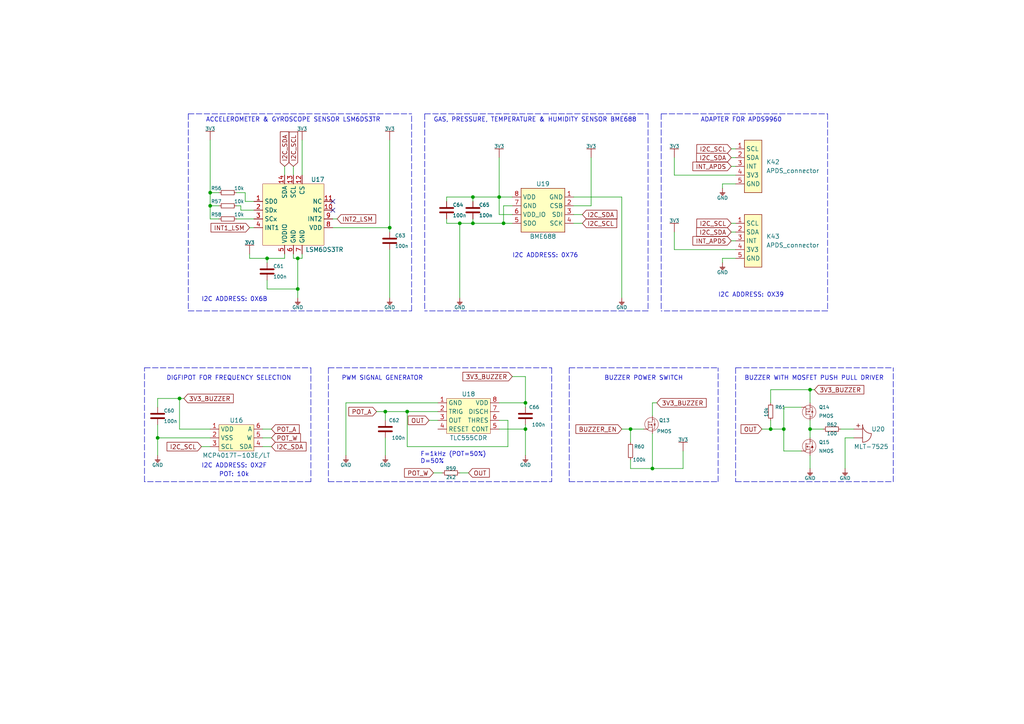
<source format=kicad_sch>
(kicad_sch (version 20211123) (generator eeschema)
  (paper "A4")
  (title_block (title "Soldered Inkplate PLUS2") (date "2023-04-13") (rev "V1.1.0.") (company "SOLDERED"))
  (lib_symbols
    (symbol "e-radionica.com schematics:0603C" (pin_numbers hide) (pin_names (offset 0.002))
      (property "Reference" "C" (at 0 3.81 0))
      (property "Value" "0603C" (at 0 -3.175 0))
      (symbol "0603C_0_1"
        (polyline (pts (xy -0.635 1.905) (xy -0.635 -1.905)) (stroke (width 0.5)))
        (polyline (pts (xy 0.635 1.905) (xy 0.635 -1.905)) (stroke (width 0.5)))
      )
      (symbol "0603C_1_1"
        (pin passive line (at -2.54 0 0) (length 1.9) (name "~") (number "1"))
        (pin passive line (at 2.54 0 180) (length 1.9) (name "~") (number "2"))
      )
    )
    (symbol "e-radionica.com schematics:0603R" (pin_numbers hide) (pin_names (offset 0.254))
      (property "Reference" "R" (at 0 1.27 0))
      (property "Value" "0603R" (at 0 -1.905 0))
      (symbol "0603R_0_1"
        (rectangle (start -1.905 0.635) (end 1.905 -0.635) (stroke (width 0.15)))
      )
      (symbol "0603R_1_1"
        (pin passive line (at -2.54 0 0) (length 0.63) (name "~") (number "1"))
        (pin passive line (at 2.54 0 180) (length 0.63) (name "~") (number "2"))
      )
    )
    (symbol "e-radionica.com schematics:3V3" (power) (pin_names (offset 0))
      (property "Value" "3V3" (at 0 3.556 0))
      (symbol "3V3_0_1"
        (polyline (pts (xy -1.27 2.54) (xy 1.27 2.54)) (stroke (width 0.16)))
        (polyline (pts (xy 0 0) (xy 0 2.54)))
      )
      (symbol "3V3_1_1"
        (pin power_in line (at 0 0 90) (length 0) hide (name "3V3") (number "1"))
      )
    )
    (symbol "e-radionica.com schematics:APDS_connector"
      (property "Reference" "K" (at 0 -8.89 0))
      (property "Value" "APDS_connector" (at 0 8.89 0))
      (symbol "APDS_connector_0_1"
        (rectangle (start -2.54 7.62) (end 2.54 -7.62) (fill (type background)))
      )
      (symbol "APDS_connector_1_1"
        (pin input line (at -5.08 5.08 0) (length 2.54) (name "SCL") (number "1"))
        (pin input line (at -5.08 2.54 0) (length 2.54) (name "SDA") (number "2"))
        (pin input line (at -5.08 0 0) (length 2.54) (name "INT") (number "3"))
        (pin input line (at -5.08 -2.54 0) (length 2.54) (name "3V3") (number "4"))
        (pin input line (at -5.08 -5.08 0) (length 2.54) (name "GND") (number "5"))
      )
    )
    (symbol "e-radionica.com schematics:BME688"
      (property "Reference" "U" (at 0 6.35 0))
      (property "Value" "BME688" (at 0 -8.89 0))
      (symbol "BME688_0_1"
        (rectangle (start -6.35 5.08) (end 6.35 -7.62) (fill (type background)))
        (rectangle (start 6.35 -7.62) (end 6.35 -7.62))
      )
      (symbol "BME688_1_1"
        (pin passive line (at 8.89 2.54 180) (length 2.54) (name "GND") (number "1"))
        (pin passive line (at 8.89 0 180) (length 2.54) (name "CSB") (number "2"))
        (pin passive line (at 8.89 -2.54 180) (length 2.54) (name "SDI") (number "3"))
        (pin passive line (at 8.89 -5.08 180) (length 2.54) (name "SCK") (number "4"))
        (pin passive line (at -8.89 -5.08 0) (length 2.54) (name "SDO") (number "5"))
        (pin passive line (at -8.89 -2.54 0) (length 2.54) (name "VDD_IO") (number "6"))
        (pin passive line (at -8.89 0 0) (length 2.54) (name "GND") (number "7"))
        (pin passive line (at -8.89 2.54 0) (length 2.54) (name "VDD") (number "8"))
      )
    )
    (symbol "e-radionica.com schematics:GND" (power) (pin_names (offset 0))
      (property "Value" "GND" (at 0 -2.921 0))
      (symbol "GND_0_1"
        (polyline (pts (xy -0.762 -1.27) (xy 0.762 -1.27)) (stroke (width 0.16)))
        (polyline (pts (xy -0.635 -1.524) (xy 0.635 -1.524)) (stroke (width 0.16)))
        (polyline (pts (xy -0.381 -1.778) (xy 0.381 -1.778)) (stroke (width 0.16)))
        (polyline (pts (xy -0.127 -2.032) (xy 0.127 -2.032)) (stroke (width 0.16)))
        (polyline (pts (xy 0 0) (xy 0 -1.27)) (stroke (width 0.16)))
      )
      (symbol "GND_1_1"
        (pin power_in line (at 0 0 270) (length 0) hide (name "GND") (number "1"))
      )
    )
    (symbol "e-radionica.com schematics:LSM6DSO32TR"
      (property "Reference" "U" (at 0 0 0))
      (property "Value" "LSM6DSO32TR" (at 0 -16.51 0))
      (symbol "LSM6DSO32TR_0_1"
        (rectangle (start -8.89 8.89) (end 8.89 -8.89) (stroke (width 0.1)) (fill (type background)))
      )
      (symbol "LSM6DSO32TR_1_1"
        (pin input line (at -11.43 3.81 0) (length 2.54) (name "SD0") (number "1"))
        (pin input line (at 11.43 1.27 180) (length 2.54) (name "NC") (number "10"))
        (pin input line (at 11.43 3.81 180) (length 2.54) (name "NC") (number "11"))
        (pin input line (at 2.54 11.43 270) (length 2.54) (name "CS") (number "12"))
        (pin input line (at 0 11.43 270) (length 2.54) (name "SCL") (number "13"))
        (pin input line (at -2.54 11.43 270) (length 2.54) (name "SDA") (number "14"))
        (pin input line (at -11.43 1.27 0) (length 2.54) (name "SDx") (number "2"))
        (pin input line (at -11.43 -1.27 0) (length 2.54) (name "SCx") (number "3"))
        (pin input line (at -11.43 -3.81 0) (length 2.54) (name "INT1") (number "4"))
        (pin input line (at -2.54 -11.43 90) (length 2.54) (name "VDDIO") (number "5"))
        (pin input line (at 0 -11.43 90) (length 2.54) (name "GND") (number "6"))
        (pin input line (at 2.54 -11.43 90) (length 2.54) (name "GND") (number "7"))
        (pin input line (at 11.43 -3.81 180) (length 2.54) (name "VDD") (number "8"))
        (pin input line (at 11.43 -1.27 180) (length 2.54) (name "INT2") (number "9"))
      )
    )
    (symbol "e-radionica.com schematics:MCP4018"
      (property "Reference" "U" (at 0 5.08 0))
      (property "Value" "MCP4018" (at 0 -5.08 0))
      (symbol "MCP4018_0_1"
        (rectangle (start -5.08 3.81) (end 5.08 -3.81) (stroke (width 0.1)) (fill (type background)))
      )
      (symbol "MCP4018_1_1"
        (pin power_in line (at -7.62 2.54 0) (length 2.54) (name "VDD") (number "1"))
        (pin power_in line (at -7.62 0 0) (length 2.54) (name "VSS") (number "2"))
        (pin bidirectional line (at -7.62 -2.54 0) (length 2.54) (name "SCL") (number "3"))
        (pin bidirectional line (at 7.62 -2.54 180) (length 2.54) (name "SDA") (number "4"))
        (pin bidirectional line (at 7.62 0 180) (length 2.54) (name "W") (number "5"))
        (pin bidirectional line (at 7.62 2.54 180) (length 2.54) (name "A") (number "6"))
      )
    )
    (symbol "e-radionica.com schematics:MLT-7525" (pin_numbers hide) (pin_names hide)
      (property "Reference" "U" (at 0 3.81 0))
      (property "Value" "MLT-7525" (at 0 -3.81 0))
      (symbol "MLT-7525_0_1"
        (arc (start 0 -2.54) (mid 1.7961 -1.7961) (end 2.54 0))
        (polyline (pts (xy -1.27 2.794) (xy -1.27 1.778)))
        (polyline (pts (xy -0.762 2.286) (xy -1.778 2.286)))
        (polyline (pts (xy 0 -2.54) (xy 0 2.54)))
        (arc (start 0 2.54) (mid -1.7809 -1.7809) (end 2.54 0))
      )
      (symbol "MLT-7525_1_1"
        (pin passive line (at -2.54 1.27 0) (length 2.54) (name "1") (number "1"))
        (pin passive line (at -2.54 -1.27 0) (length 2.54) (name "2") (number "2"))
      )
    )
    (symbol "e-radionica.com schematics:NMOS-SOT-23-3" (pin_numbers hide) (pin_names hide)
      (property "Reference" "Q" (at -1.143 2.921 0))
      (property "Value" "NMOS-SOT-23-3" (at 1.524 -3.937 0))
      (symbol "NMOS-SOT-23-3_0_1"
        (polyline (pts (xy 0 -1.27) (xy 0 1.016)) (stroke (width 0.1)))
        (polyline (pts (xy 0.254 -1.016) (xy 0.254 -0.508)) (stroke (width 0.1)))
        (polyline (pts (xy 0.254 -0.762) (xy 1.27 -0.762)) (stroke (width 0.1)))
        (polyline (pts (xy 0.254 -0.254) (xy 0.254 0.254)) (stroke (width 0.1)))
        (polyline (pts (xy 0.254 0.762) (xy 1.27 0.762)) (stroke (width 0.1)))
        (polyline (pts (xy 0.254 1.016) (xy 0.254 0.508)) (stroke (width 0.1)))
        (polyline (pts (xy 1.27 -1.27) (xy 1.27 -0.762)) (stroke (width 0.1)))
        (polyline (pts (xy 1.27 0.762) (xy 1.27 1.27)) (stroke (width 0.1)))
        (polyline (pts (xy 1.651 -0.254) (xy 1.905 0.127)) (stroke (width 0.2)))
        (polyline (pts (xy 1.651 0.127) (xy 2.159 0.127)) (stroke (width 0.0006)))
        (polyline (pts (xy 0.254 0) (xy 1.27 0) (xy 1.27 -0.762)) (stroke (width 0.1)))
        (polyline (pts (xy 1.651 -0.254) (xy 2.159 -0.254) (xy 1.905 0.127)) (stroke (width 0.2)))
        (polyline (pts (xy 0.381 0) (xy 0.635 0.254) (xy 0.635 -0.254) (xy 0.381 0)) (stroke (width 0.1)))
        (polyline (pts (xy 1.27 -1.27) (xy 1.905 -1.27) (xy 1.905 1.524) (xy 1.27 1.524)) (stroke (width 0.1)))
        (circle (center 1.016 0.127) (radius 1.9716) (stroke (width 0.1)))
      )
      (symbol "NMOS-SOT-23-3_1_1"
        (pin passive line (at -1.27 -1.27 0) (length 1.27) (name "G") (number "1"))
        (pin passive line (at 1.27 -2.54 90) (length 1.27) (name "S") (number "2"))
        (pin passive line (at 1.27 2.54 270) (length 1.27) (name "D") (number "3"))
      )
    )
    (symbol "e-radionica.com schematics:PMOS-SOT-23-3" (pin_numbers hide) (pin_names hide)
      (property "Reference" "Q" (at -1.27 2.54 0))
      (property "Value" "PMOS-SOT-23-3" (at 0.381 -4.064 0))
      (symbol "PMOS-SOT-23-3_0_1"
        (polyline (pts (xy 0 -1.27) (xy 0 1.016)) (stroke (width 0.1)))
        (polyline (pts (xy 0.254 -1.016) (xy 0.254 -0.508)) (stroke (width 0.1)))
        (polyline (pts (xy 0.254 -0.762) (xy 1.27 -0.762)) (stroke (width 0.1)))
        (polyline (pts (xy 0.254 -0.254) (xy 0.254 0.254)) (stroke (width 0.1)))
        (polyline (pts (xy 0.254 0.762) (xy 1.27 0.762)) (stroke (width 0.1)))
        (polyline (pts (xy 0.254 1.016) (xy 0.254 0.508)) (stroke (width 0.1)))
        (polyline (pts (xy 1.27 -1.27) (xy 1.27 -0.762)) (stroke (width 0.1)))
        (polyline (pts (xy 1.27 0.762) (xy 1.27 1.27)) (stroke (width 0.1)))
        (polyline (pts (xy 2.159 -0.127) (xy 1.651 -0.127)) (stroke (width 0.1)))
        (polyline (pts (xy 2.159 0.254) (xy 1.905 -0.127)) (stroke (width 0.1)))
        (polyline (pts (xy 0.254 0) (xy 1.27 0) (xy 1.27 -0.762)) (stroke (width 0.1)))
        (polyline (pts (xy 2.159 0.254) (xy 1.651 0.254) (xy 1.905 -0.127)) (stroke (width 0.1)))
        (polyline (pts (xy 1.143 0) (xy 0.889 -0.254) (xy 0.889 0.254) (xy 1.143 0)) (stroke (width 0.1)))
        (polyline (pts (xy 1.27 -1.27) (xy 1.905 -1.27) (xy 1.905 1.524) (xy 1.27 1.524)) (stroke (width 0.1)))
        (circle (center 1.016 0.127) (radius 1.9716) (stroke (width 0.1)))
      )
      (symbol "PMOS-SOT-23-3_1_1"
        (pin passive line (at -1.27 -1.27 0) (length 1.27) (name "G") (number "1"))
        (pin passive line (at 1.27 -2.54 90) (length 1.27) (name "S") (number "2"))
        (pin passive line (at 1.27 2.54 270) (length 1.27) (name "D") (number "3"))
      )
    )
    (symbol "e-radionica.com schematics:TLC555"
      (property "Reference" "U" (at 0 6.35 0))
      (property "Value" "TLC555" (at 0 -6.35 0))
      (symbol "TLC555_0_1"
        (rectangle (start -6.35 5.08) (end 6.35 -5.08) (stroke (width 0.1)) (fill (type background)))
      )
      (symbol "TLC555_1_1"
        (pin input line (at -8.89 3.81 0) (length 2.54) (name "GND") (number "1"))
        (pin input line (at -8.89 1.27 0) (length 2.54) (name "TRIG") (number "2"))
        (pin input line (at -8.89 -1.27 0) (length 2.54) (name "OUT") (number "3"))
        (pin input line (at -8.89 -3.81 0) (length 2.54) (name "RESET") (number "4"))
        (pin input line (at 8.89 -3.81 180) (length 2.54) (name "CONT") (number "5"))
        (pin input line (at 8.89 -1.27 180) (length 2.54) (name "THRES") (number "6"))
        (pin input line (at 8.89 1.27 180) (length 2.54) (name "DISCH") (number "7"))
        (pin input line (at 8.89 3.81 180) (length 2.54) (name "VDD") (number "8"))
      )
    )
  )
  (junction (at 137.16 64.77))
  (junction (at 182.88 124.46))
  (junction (at 113.03 66.04))
  (junction (at 86.36 74.93))
  (junction (at 45.72 127))
  (junction (at 144.78 57.15))
  (junction (at 77.47 74.93))
  (junction (at 227.33 124.46))
  (junction (at 60.96 59.69))
  (junction (at 234.95 113.03))
  (junction (at 86.36 83.82))
  (junction (at 60.96 55.88))
  (junction (at 52.07 115.57))
  (junction (at 152.4 124.46))
  (junction (at 111.76 119.38))
  (junction (at 133.35 64.77))
  (junction (at 137.16 57.15))
  (junction (at 146.05 64.77))
  (junction (at 118.11 119.38))
  (junction (at 152.4 116.84))
  (junction (at 234.95 124.46))
  (junction (at 223.52 124.46))
  (junction (at 189.23 135.89))
  (no_connect (at 96.52 60.96))
  (no_connect (at 96.52 58.42))
  (polyline (pts (xy 90.17 139.7) (xy 41.91 139.7)))
  (wire (pts (xy 144.78 57.15) (xy 148.59 57.15)))
  (wire (pts (xy 72.39 74.93) (xy 77.47 74.93)))
  (wire (pts (xy 86.36 83.82) (xy 86.36 74.93)))
  (wire (pts (xy 232.41 118.11) (xy 227.33 118.11)))
  (wire (pts (xy 97.79 63.5) (xy 96.52 63.5)))
  (wire (pts (xy 148.59 109.22) (xy 152.4 109.22)))
  (wire (pts (xy 60.96 59.69) (xy 63.5 59.69)))
  (wire (pts (xy 243.84 124.46) (xy 247.65 124.46)))
  (wire (pts (xy 234.95 132.08) (xy 234.95 135.89)))
  (wire (pts (xy 146.05 64.77) (xy 137.16 64.77)))
  (polyline (pts (xy 90.17 106.68) (xy 90.17 139.7)))
  (wire (pts (xy 100.33 116.84) (xy 127 116.84)))
  (wire (pts (xy 137.16 63.5) (xy 137.16 64.77)))
  (wire (pts (xy 195.58 45.72) (xy 195.58 50.8)))
  (wire (pts (xy 85.09 73.66) (xy 85.09 74.93)))
  (wire (pts (xy 109.22 119.38) (xy 111.76 119.38)))
  (wire (pts (xy 82.55 48.26) (xy 82.55 50.8)))
  (polyline (pts (xy 191.77 33.02) (xy 240.03 33.02)))
  (wire (pts (xy 60.96 59.69) (xy 60.96 63.5)))
  (wire (pts (xy 189.23 125.73) (xy 189.23 135.89)))
  (wire (pts (xy 227.33 118.11) (xy 227.33 124.46)))
  (wire (pts (xy 129.54 63.5) (xy 129.54 64.77)))
  (wire (pts (xy 118.11 119.38) (xy 127 119.38)))
  (wire (pts (xy 195.58 50.8) (xy 213.36 50.8)))
  (wire (pts (xy 234.95 124.46) (xy 238.76 124.46)))
  (polyline (pts (xy 95.25 106.68) (xy 160.02 106.68)))
  (polyline (pts (xy 123.19 33.02) (xy 123.19 90.17)))
  (wire (pts (xy 180.34 57.15) (xy 180.34 86.36)))
  (wire (pts (xy 71.12 58.42) (xy 73.66 58.42)))
  (wire (pts (xy 45.72 127) (xy 60.96 127)))
  (wire (pts (xy 137.16 64.77) (xy 133.35 64.77)))
  (wire (pts (xy 198.12 135.89) (xy 198.12 130.81)))
  (wire (pts (xy 85.09 48.26) (xy 85.09 50.8)))
  (wire (pts (xy 144.78 124.46) (xy 152.4 124.46)))
  (polyline (pts (xy 240.03 33.02) (xy 240.03 90.17)))
  (polyline (pts (xy 95.25 106.68) (xy 95.25 139.7)))
  (wire (pts (xy 195.58 67.31) (xy 195.58 72.39)))
  (wire (pts (xy 113.03 67.31) (xy 113.03 66.04)))
  (wire (pts (xy 212.09 45.72) (xy 213.36 45.72)))
  (wire (pts (xy 147.32 121.92) (xy 147.32 129.54)))
  (wire (pts (xy 227.33 124.46) (xy 227.33 130.81)))
  (wire (pts (xy 86.36 74.93) (xy 87.63 74.93)))
  (wire (pts (xy 144.78 57.15) (xy 144.78 45.72)))
  (wire (pts (xy 148.59 62.23) (xy 144.78 62.23)))
  (wire (pts (xy 76.2 124.46) (xy 78.74 124.46)))
  (wire (pts (xy 129.54 64.77) (xy 133.35 64.77)))
  (wire (pts (xy 182.88 124.46) (xy 186.69 124.46)))
  (wire (pts (xy 209.55 53.34) (xy 213.36 53.34)))
  (wire (pts (xy 76.2 129.54) (xy 78.74 129.54)))
  (wire (pts (xy 113.03 72.39) (xy 113.03 86.36)))
  (wire (pts (xy 234.95 121.92) (xy 234.95 124.46)))
  (wire (pts (xy 118.11 129.54) (xy 118.11 119.38)))
  (wire (pts (xy 234.95 124.46) (xy 234.95 127)))
  (polyline (pts (xy 187.96 90.17) (xy 123.19 90.17)))
  (wire (pts (xy 69.85 60.96) (xy 69.85 59.69)))
  (wire (pts (xy 212.09 64.77) (xy 213.36 64.77)))
  (polyline (pts (xy 165.1 106.68) (xy 165.1 139.7)))
  (wire (pts (xy 125.73 137.16) (xy 128.27 137.16)))
  (polyline (pts (xy 54.61 33.02) (xy 54.61 90.17)))
  (wire (pts (xy 247.65 127) (xy 245.11 127)))
  (wire (pts (xy 144.78 62.23) (xy 144.78 57.15)))
  (wire (pts (xy 234.95 113.03) (xy 234.95 116.84)))
  (wire (pts (xy 182.88 133.35) (xy 182.88 135.89)))
  (polyline (pts (xy 213.36 106.68) (xy 259.08 106.68)))
  (polyline (pts (xy 95.25 139.7) (xy 160.02 139.7)))
  (wire (pts (xy 137.16 57.15) (xy 144.78 57.15)))
  (wire (pts (xy 60.96 55.88) (xy 60.96 59.69)))
  (wire (pts (xy 148.59 64.77) (xy 146.05 64.77)))
  (wire (pts (xy 96.52 66.04) (xy 113.03 66.04)))
  (wire (pts (xy 85.09 74.93) (xy 86.36 74.93)))
  (polyline (pts (xy 41.91 106.68) (xy 90.17 106.68)))
  (wire (pts (xy 72.39 66.04) (xy 73.66 66.04)))
  (wire (pts (xy 133.35 137.16) (xy 135.89 137.16)))
  (wire (pts (xy 82.55 74.93) (xy 82.55 73.66)))
  (polyline (pts (xy 160.02 106.68) (xy 160.02 139.7)))
  (wire (pts (xy 71.12 55.88) (xy 68.58 55.88)))
  (polyline (pts (xy 123.19 33.02) (xy 187.96 33.02)))
  (polyline (pts (xy 165.1 106.68) (xy 208.28 106.68)))
  (wire (pts (xy 111.76 121.92) (xy 111.76 119.38)))
  (wire (pts (xy 182.88 124.46) (xy 182.88 128.27)))
  (wire (pts (xy 113.03 40.64) (xy 113.03 66.04)))
  (wire (pts (xy 152.4 118.11) (xy 152.4 116.84)))
  (wire (pts (xy 189.23 120.65) (xy 189.23 116.84)))
  (wire (pts (xy 212.09 69.85) (xy 213.36 69.85)))
  (wire (pts (xy 223.52 121.92) (xy 223.52 124.46)))
  (wire (pts (xy 77.47 81.28) (xy 77.47 83.82)))
  (wire (pts (xy 100.33 116.84) (xy 100.33 132.08)))
  (wire (pts (xy 152.4 124.46) (xy 152.4 132.08)))
  (wire (pts (xy 223.52 113.03) (xy 234.95 113.03)))
  (polyline (pts (xy 41.91 139.7) (xy 41.91 106.68)))
  (wire (pts (xy 52.07 124.46) (xy 60.96 124.46)))
  (wire (pts (xy 111.76 127) (xy 111.76 132.08)))
  (wire (pts (xy 166.37 62.23) (xy 168.91 62.23)))
  (wire (pts (xy 209.55 54.61) (xy 209.55 53.34)))
  (wire (pts (xy 223.52 124.46) (xy 227.33 124.46)))
  (wire (pts (xy 76.2 127) (xy 78.74 127)))
  (wire (pts (xy 77.47 83.82) (xy 86.36 83.82)))
  (wire (pts (xy 189.23 135.89) (xy 198.12 135.89)))
  (wire (pts (xy 195.58 72.39) (xy 213.36 72.39)))
  (wire (pts (xy 129.54 58.42) (xy 129.54 57.15)))
  (wire (pts (xy 223.52 116.84) (xy 223.52 113.03)))
  (polyline (pts (xy 259.08 139.7) (xy 259.08 106.68)))
  (wire (pts (xy 166.37 57.15) (xy 180.34 57.15)))
  (polyline (pts (xy 187.96 33.02) (xy 187.96 90.17)))
  (wire (pts (xy 68.58 63.5) (xy 73.66 63.5)))
  (wire (pts (xy 45.72 115.57) (xy 52.07 115.57)))
  (polyline (pts (xy 191.77 33.02) (xy 191.77 90.17)))
  (wire (pts (xy 245.11 127) (xy 245.11 135.89)))
  (wire (pts (xy 87.63 40.64) (xy 87.63 50.8)))
  (wire (pts (xy 209.55 76.2) (xy 209.55 74.93)))
  (wire (pts (xy 86.36 86.36) (xy 86.36 83.82)))
  (wire (pts (xy 182.88 135.89) (xy 189.23 135.89)))
  (wire (pts (xy 171.45 59.69) (xy 171.45 45.72)))
  (wire (pts (xy 118.11 129.54) (xy 147.32 129.54)))
  (polyline (pts (xy 54.61 90.17) (xy 119.38 90.17)))
  (wire (pts (xy 166.37 64.77) (xy 168.91 64.77)))
  (wire (pts (xy 137.16 58.42) (xy 137.16 57.15)))
  (wire (pts (xy 69.85 59.69) (xy 68.58 59.69)))
  (wire (pts (xy 77.47 74.93) (xy 77.47 76.2)))
  (wire (pts (xy 146.05 59.69) (xy 146.05 64.77)))
  (polyline (pts (xy 54.61 33.02) (xy 119.38 33.02)))
  (wire (pts (xy 227.33 130.81) (xy 232.41 130.81)))
  (polyline (pts (xy 240.03 90.17) (xy 191.77 90.17)))
  (wire (pts (xy 45.72 115.57) (xy 45.72 118.11)))
  (wire (pts (xy 71.12 58.42) (xy 71.12 55.88)))
  (polyline (pts (xy 208.28 139.7) (xy 208.28 106.68)))
  (wire (pts (xy 180.34 124.46) (xy 182.88 124.46)))
  (wire (pts (xy 212.09 48.26) (xy 213.36 48.26)))
  (wire (pts (xy 77.47 74.93) (xy 82.55 74.93)))
  (wire (pts (xy 212.09 67.31) (xy 213.36 67.31)))
  (wire (pts (xy 60.96 55.88) (xy 63.5 55.88)))
  (wire (pts (xy 220.98 124.46) (xy 223.52 124.46)))
  (wire (pts (xy 209.55 74.93) (xy 213.36 74.93)))
  (wire (pts (xy 212.09 43.18) (xy 213.36 43.18)))
  (wire (pts (xy 58.42 129.54) (xy 60.96 129.54)))
  (wire (pts (xy 72.39 73.66) (xy 72.39 74.93)))
  (wire (pts (xy 87.63 74.93) (xy 87.63 73.66)))
  (wire (pts (xy 166.37 59.69) (xy 171.45 59.69)))
  (wire (pts (xy 63.5 63.5) (xy 60.96 63.5)))
  (wire (pts (xy 236.22 113.03) (xy 234.95 113.03)))
  (wire (pts (xy 133.35 64.77) (xy 133.35 86.36)))
  (wire (pts (xy 189.23 116.84) (xy 190.5 116.84)))
  (wire (pts (xy 53.34 115.57) (xy 52.07 115.57)))
  (wire (pts (xy 45.72 127) (xy 45.72 132.08)))
  (polyline (pts (xy 119.38 90.17) (xy 119.38 33.02)))
  (wire (pts (xy 148.59 59.69) (xy 146.05 59.69)))
  (wire (pts (xy 144.78 116.84) (xy 152.4 116.84)))
  (polyline (pts (xy 213.36 106.68) (xy 213.36 139.7)))
  (wire (pts (xy 144.78 121.92) (xy 147.32 121.92)))
  (wire (pts (xy 152.4 123.19) (xy 152.4 124.46)))
  (wire (pts (xy 152.4 109.22) (xy 152.4 116.84)))
  (polyline (pts (xy 213.36 139.7) (xy 259.08 139.7)))
  (wire (pts (xy 111.76 119.38) (xy 118.11 119.38)))
  (wire (pts (xy 129.54 57.15) (xy 137.16 57.15)))
  (wire (pts (xy 52.07 115.57) (xy 52.07 124.46)))
  (wire (pts (xy 69.85 60.96) (xy 73.66 60.96)))
  (wire (pts (xy 124.46 121.92) (xy 127 121.92)))
  (polyline (pts (xy 165.1 139.7) (xy 208.28 139.7)))
  (wire (pts (xy 45.72 123.19) (xy 45.72 127)))
  (wire (pts (xy 60.96 40.64) (xy 60.96 55.88)))
  (text "BUZZER POWER SWITCH" (at 175.26 110.49 0) (effects (font (size 1.27 1.27)) (justify left bottom)))
  (text "PWM SIGNAL GENERATOR" (at 99.06 110.49 0) (effects (font (size 1.27 1.27)) (justify left bottom)))
  (text "GAS, PRESSURE, TEMPERATURE & HUMIDITY SENSOR BME688\n" (at 125.73 35.56 0) (effects (font (size 1.27 1.27)) (justify left bottom)))
  (text "BUZZER WITH MOSFET PUSH PULL DRIVER" (at 215.9 110.49 0) (effects (font (size 1.27 1.27)) (justify left bottom)))
  (text "I2C ADDRESS: 0X76" (at 148.59 74.93 0) (effects (font (size 1.27 1.27)) (justify left bottom)))
  (text "POT: 10k" (at 63.5 138.43 0) (effects (font (size 1.27 1.27)) (justify left bottom)))
  (text "ACCELEROMETER & GYROSCOPE SENSOR LSM6DS3TR" (at 59.69 35.56 0) (effects (font (size 1.27 1.27)) (justify left bottom)))
  (text "I2C ADDRESS: 0X2F" (at 58.42 135.89 0) (effects (font (size 1.27 1.27)) (justify left bottom)))
  (text "I2C ADDRESS: 0X6B" (at 58.42 87.63 0) (effects (font (size 1.27 1.27)) (justify left bottom)))
  (text "I2C ADDRESS: 0X39\n" (at 208.28 86.36 0) (effects (font (size 1.27 1.27)) (justify left bottom)))
  (text "F=1kHz (POT=50%)\nD=50%" (at 121.92 134.62 0) (effects (font (size 1.27 1.27)) (justify left bottom)))
  (text "ADAPTER FOR APDS9960" (at 203.2 35.56 0) (effects (font (size 1.27 1.27)) (justify left bottom)))
  (text "DIGFIPOT FOR FREQUENCY SELECTION" (at 48.26 110.49 0) (effects (font (size 1.27 1.27)) (justify left bottom)))
  (global_label "I2C_SDA" (shape input) (at 212.09 67.31 180) (property "Intersheet References" "${INTERSHEET_REFS}" (effects hide)))
  (global_label "POT_W" (shape input) (at 78.74 127 0) (property "Intersheet References" "${INTERSHEET_REFS}" (effects hide)))
  (global_label "I2C_SDA" (shape input) (at 78.74 129.54 0) (property "Intersheet References" "${INTERSHEET_REFS}" (effects hide)))
  (global_label "3V3_BUZZER" (shape input) (at 148.59 109.22 180) (property "Intersheet References" "${INTERSHEET_REFS}" (effects hide)))
  (global_label "I2C_SDA" (shape input) (at 168.91 62.23 0) (property "Intersheet References" "${INTERSHEET_REFS}" (effects hide)))
  (global_label "BUZZER_EN" (shape input) (at 180.34 124.46 180) (property "Intersheet References" "${INTERSHEET_REFS}" (effects hide)))
  (global_label "I2C_SDA" (shape input) (at 82.55 48.26 90) (property "Intersheet References" "${INTERSHEET_REFS}" (effects hide)))
  (global_label "I2C_SCL" (shape input) (at 85.09 48.26 90) (property "Intersheet References" "${INTERSHEET_REFS}" (effects hide)))
  (global_label "3V3_BUZZER" (shape input) (at 53.34 115.57 0) (property "Intersheet References" "${INTERSHEET_REFS}" (effects hide)))
  (global_label "POT_W" (shape input) (at 125.73 137.16 180) (property "Intersheet References" "${INTERSHEET_REFS}" (effects hide)))
  (global_label "INT_APDS" (shape input) (at 212.09 48.26 180) (property "Intersheet References" "${INTERSHEET_REFS}" (effects hide)))
  (global_label "3V3_BUZZER" (shape input) (at 190.5 116.84 0) (property "Intersheet References" "${INTERSHEET_REFS}" (effects hide)))
  (global_label "I2C_SCL" (shape input) (at 212.09 43.18 180) (property "Intersheet References" "${INTERSHEET_REFS}" (effects hide)))
  (global_label "I2C_SDA" (shape input) (at 212.09 45.72 180) (property "Intersheet References" "${INTERSHEET_REFS}" (effects hide)))
  (global_label "INT_APDS" (shape input) (at 212.09 69.85 180) (property "Intersheet References" "${INTERSHEET_REFS}" (effects hide)))
  (global_label "POT_A" (shape input) (at 78.74 124.46 0) (property "Intersheet References" "${INTERSHEET_REFS}" (effects hide)))
  (global_label "OUT" (shape input) (at 220.98 124.46 180) (property "Intersheet References" "${INTERSHEET_REFS}" (effects hide)))
  (global_label "INT2_LSM" (shape input) (at 97.79 63.5 0) (property "Intersheet References" "${INTERSHEET_REFS}" (effects hide)))
  (global_label "3V3_BUZZER" (shape input) (at 236.22 113.03 0) (property "Intersheet References" "${INTERSHEET_REFS}" (effects hide)))
  (global_label "INT1_LSM" (shape input) (at 72.39 66.04 180) (property "Intersheet References" "${INTERSHEET_REFS}" (effects hide)))
  (global_label "OUT" (shape input) (at 135.89 137.16 0) (property "Intersheet References" "${INTERSHEET_REFS}" (effects hide)))
  (global_label "OUT" (shape input) (at 124.46 121.92 180) (property "Intersheet References" "${INTERSHEET_REFS}" (effects hide)))
  (global_label "I2C_SCL" (shape input) (at 212.09 64.77 180) (property "Intersheet References" "${INTERSHEET_REFS}" (effects hide)))
  (global_label "I2C_SCL" (shape input) (at 58.42 129.54 180) (property "Intersheet References" "${INTERSHEET_REFS}" (effects hide)))
  (global_label "I2C_SCL" (shape input) (at 168.91 64.77 0) (property "Intersheet References" "${INTERSHEET_REFS}" (effects hide)))
  (global_label "POT_A" (shape input) (at 109.22 119.38 180) (property "Intersheet References" "${INTERSHEET_REFS}" (effects hide)))
  (symbol (lib_id "e-radionica.com schematics:GND") (at 209.55 76.2 0) (unit 1)
    (property "Reference" "#PWR0176" (effects hide))
    (property "Value" "GND" (at 209.55 78.994 0) (effects (font (size 1 1))))
  )
  (symbol (lib_id "e-radionica.com schematics:GND") (at 86.36 86.36 0) (unit 1)
    (property "Reference" "#PWR0161" (effects hide))
    (property "Value" "GND" (at 86.36 89.154 0) (effects (font (size 1 1))))
  )
  (symbol (lib_id "e-radionica.com schematics:TLC555") (at 135.89 120.65 0) (unit 1)
    (property "Reference" "U18" (at 135.89 114.3 0))
    (property "Value" "TLC555CDR" (at 135.89 127 0))
    (property "Footprint" "e-radionica.com footprinti:SOIC−8" (effects hide))
  )
  (symbol (lib_id "e-radionica.com schematics:3V3") (at 171.45 45.72 0) (unit 1)
    (property "Reference" "#PWR0170" (effects hide))
    (property "Value" "3V3" (at 171.45 42.418 0) (effects (font (size 1 1))))
  )
  (symbol (lib_id "e-radionica.com schematics:NMOS-SOT-23-3") (at 233.68 129.54 0) (unit 1)
    (property "Reference" "Q15" (at 237.49 128.27 0) (effects (font (size 1 1)) (justify left)))
    (property "Value" "NMOS" (at 237.49 130.81 0) (effects (font (size 1 1)) (justify left)))
    (property "Footprint" "e-radionica.com footprinti:SOT-23-3" (effects hide))
  )
  (symbol (lib_id "e-radionica.com schematics:GND") (at 152.4 132.08 0) (unit 1)
    (property "Reference" "#PWR0169" (effects hide))
    (property "Value" "GND" (at 152.4 134.874 0) (effects (font (size 1 1))))
  )
  (symbol (lib_id "e-radionica.com schematics:MCP4018") (at 68.58 127 0) (unit 1)
    (property "Reference" "U16" (at 68.58 121.92 0))
    (property "Value" "MCP4017T-103E/LT" (at 68.58 132.08 0))
    (property "Footprint" "e-radionica.com footprinti:SC70-6" (effects hide))
  )
  (symbol (lib_id "e-radionica.com schematics:0603C") (at 45.72 120.65 90) (unit 1)
    (property "Reference" "C60" (at 47.498 119.126 90) (effects (font (size 1 1)) (justify right)))
    (property "Value" "100n" (at 47.498 122.174 90) (effects (font (size 1 1)) (justify right)))
    (property "Footprint" "e-radionica.com footprinti:0603C" (effects hide))
  )
  (symbol (lib_id "e-radionica.com schematics:MLT-7525") (at 250.19 125.73 0) (unit 1)
    (property "Reference" "U20" (at 252.73 124.46 0) (effects (justify left)))
    (property "Value" "MLT-7525" (at 247.65 129.54 0) (effects (justify left)))
    (property "Footprint" "e-radionica.com footprinti:MLT-7525" (effects hide))
  )
  (symbol (lib_id "e-radionica.com schematics:0603C") (at 129.54 60.96 90) (unit 1)
    (property "Reference" "C64" (at 131.318 59.436 90) (effects (font (size 1 1)) (justify right)))
    (property "Value" "100n" (at 131.318 62.484 90) (effects (font (size 1 1)) (justify right)))
    (property "Footprint" "e-radionica.com footprinti:0603C" (effects hide))
  )
  (symbol (lib_id "e-radionica.com schematics:GND") (at 245.11 135.89 0) (unit 1)
    (property "Reference" "#PWR0178" (effects hide))
    (property "Value" "GND" (at 245.11 138.684 0) (effects (font (size 1 1))))
  )
  (symbol (lib_id "e-radionica.com schematics:0603C") (at 137.16 60.96 90) (unit 1)
    (property "Reference" "C65" (at 138.938 59.436 90) (effects (font (size 1 1)) (justify right)))
    (property "Value" "100n" (at 138.938 62.484 90) (effects (font (size 1 1)) (justify right)))
    (property "Footprint" "e-radionica.com footprinti:0603C" (effects hide))
  )
  (symbol (lib_id "e-radionica.com schematics:3V3") (at 113.03 40.64 0) (unit 1)
    (property "Reference" "#PWR0165" (effects hide))
    (property "Value" "3V3" (at 113.03 37.338 0) (effects (font (size 1 1))))
  )
  (symbol (lib_id "e-radionica.com schematics:0603R") (at 130.81 137.16 0) (unit 1)
    (property "Reference" "R59" (at 130.81 135.89 0) (effects (font (size 1 1))))
    (property "Value" "2k2" (at 130.81 138.43 0) (effects (font (size 1 1))))
    (property "Footprint" "e-radionica.com footprinti:0603R" (effects hide))
  )
  (symbol (lib_id "e-radionica.com schematics:PMOS-SOT-23-3") (at 187.96 123.19 0) (unit 1)
    (property "Reference" "Q13" (at 191.135 121.92 0) (effects (font (size 1 1)) (justify left)))
    (property "Value" "PMOS" (at 190.5 125.095 0) (effects (font (size 1 1)) (justify left)))
    (property "Footprint" "e-radionica.com footprinti:SOT-23-3" (effects hide))
  )
  (symbol (lib_id "e-radionica.com schematics:0603C") (at 113.03 69.85 90) (unit 1)
    (property "Reference" "C63" (at 114.554 68.326 90) (effects (font (size 1 1)) (justify right)))
    (property "Value" "100n" (at 114.554 71.374 90) (effects (font (size 1 1)) (justify right)))
    (property "Footprint" "e-radionica.com footprinti:0603C" (effects hide))
  )
  (symbol (lib_id "e-radionica.com schematics:0603R") (at 66.04 59.69 0) (unit 1)
    (property "Reference" "R57" (at 62.738 58.42 0) (effects (font (size 1 1))))
    (property "Value" "10k" (at 69.342 58.42 0) (effects (font (size 1 1))))
    (property "Footprint" "e-radionica.com footprinti:0603R" (effects hide))
  )
  (symbol (lib_id "e-radionica.com schematics:GND") (at 45.72 132.08 0) (unit 1)
    (property "Reference" "#PWR0158" (effects hide))
    (property "Value" "GND" (at 45.72 134.874 0) (effects (font (size 1 1))))
  )
  (symbol (lib_id "e-radionica.com schematics:LSM6DSO32TR") (at 85.09 62.23 0) (unit 1)
    (property "Reference" "U17" (at 90.17 52.07 0) (effects (justify left)))
    (property "Value" " LSM6DS3TR" (at 87.63 72.39 0) (effects (justify left)))
    (property "Footprint" "e-radionica.com footprinti:LSM6DSO32TR" (effects hide))
  )
  (symbol (lib_id "e-radionica.com schematics:GND") (at 100.33 132.08 0) (unit 1)
    (property "Reference" "#PWR0163" (effects hide))
    (property "Value" "GND" (at 100.33 134.874 0) (effects (font (size 1 1))))
  )
  (symbol (lib_id "e-radionica.com schematics:GND") (at 113.03 86.36 0) (unit 1)
    (property "Reference" "#PWR0166" (effects hide))
    (property "Value" "GND" (at 113.03 89.154 0) (effects (font (size 1 1))))
  )
  (symbol (lib_id "e-radionica.com schematics:3V3") (at 195.58 45.72 0) (unit 1)
    (property "Reference" "#PWR0172" (effects hide))
    (property "Value" "3V3" (at 195.58 42.418 0) (effects (font (size 1 1))))
  )
  (symbol (lib_id "e-radionica.com schematics:3V3") (at 195.58 67.31 0) (unit 1)
    (property "Reference" "#PWR0173" (effects hide))
    (property "Value" "3V3" (at 195.58 64.008 0) (effects (font (size 1 1))))
  )
  (symbol (lib_id "e-radionica.com schematics:GND") (at 209.55 54.61 0) (unit 1)
    (property "Reference" "#PWR0175" (effects hide))
    (property "Value" "GND" (at 209.55 57.404 0) (effects (font (size 1 1))))
  )
  (symbol (lib_id "e-radionica.com schematics:3V3") (at 72.39 73.66 0) (unit 1)
    (property "Reference" "#PWR0160" (effects hide))
    (property "Value" "3V3" (at 72.39 70.358 0) (effects (font (size 1 1))))
  )
  (symbol (lib_id "e-radionica.com schematics:0603R") (at 66.04 55.88 0) (unit 1)
    (property "Reference" "R56" (at 62.738 54.61 0) (effects (font (size 1 1))))
    (property "Value" "10k" (at 69.342 54.61 0) (effects (font (size 1 1))))
    (property "Footprint" "e-radionica.com footprinti:0603R" (effects hide))
  )
  (symbol (lib_id "e-radionica.com schematics:GND") (at 111.76 132.08 0) (unit 1)
    (property "Reference" "#PWR0164" (effects hide))
    (property "Value" "GND" (at 111.76 134.874 0) (effects (font (size 1 1))))
  )
  (symbol (lib_id "e-radionica.com schematics:0603R") (at 182.88 130.81 90) (unit 1)
    (property "Reference" "R60" (at 185.42 129.54 90) (effects (font (size 1 1))))
    (property "Value" "100k" (at 185.42 133.35 90) (effects (font (size 1 1))))
    (property "Footprint" "e-radionica.com footprinti:0603R" (effects hide))
  )
  (symbol (lib_id "e-radionica.com schematics:PMOS-SOT-23-3") (at 233.68 119.38 0) (mirror x) (unit 1)
    (property "Reference" "Q14" (at 237.49 118.11 0) (effects (font (size 1 1)) (justify left)))
    (property "Value" "PMOS" (at 237.49 120.65 0) (effects (font (size 1 1)) (justify left)))
    (property "Footprint" "e-radionica.com footprinti:SOT-23-3" (effects hide))
  )
  (symbol (lib_id "e-radionica.com schematics:GND") (at 180.34 86.36 0) (unit 1)
    (property "Reference" "#PWR0171" (effects hide))
    (property "Value" "GND" (at 180.34 89.154 0) (effects (font (size 1 1))))
  )
  (symbol (lib_id "e-radionica.com schematics:GND") (at 133.35 86.36 0) (unit 1)
    (property "Reference" "#PWR0167" (effects hide))
    (property "Value" "GND" (at 133.35 89.154 0) (effects (font (size 1 1))))
  )
  (symbol (lib_id "e-radionica.com schematics:0603R") (at 223.52 119.38 90) (unit 1)
    (property "Reference" "R61" (at 224.79 118.11 90) (effects (font (size 1 1)) (justify right)))
    (property "Value" "10k" (at 222.25 118.11 0) (effects (font (size 1 1)) (justify right)))
    (property "Footprint" "e-radionica.com footprinti:0603R" (effects hide))
  )
  (symbol (lib_id "e-radionica.com schematics:BME688") (at 157.48 59.69 0) (unit 1)
    (property "Reference" "U19" (at 157.48 53.34 0))
    (property "Value" "BME688" (at 157.48 68.58 0))
    (property "Footprint" "e-radionica.com footprinti:BME688" (effects hide))
  )
  (symbol (lib_id "e-radionica.com schematics:0603R") (at 241.3 124.46 0) (unit 1)
    (property "Reference" "R62" (at 241.3 123.19 0) (effects (font (size 1 1))))
    (property "Value" "100" (at 241.3 125.73 0) (effects (font (size 1 1))))
    (property "Footprint" "e-radionica.com footprinti:0603R" (effects hide))
  )
  (symbol (lib_id "e-radionica.com schematics:3V3") (at 87.63 40.64 0) (unit 1)
    (property "Reference" "#PWR0162" (effects hide))
    (property "Value" "3V3" (at 87.63 37.338 0) (effects (font (size 1 1))))
  )
  (symbol (lib_id "e-radionica.com schematics:APDS_connector") (at 218.44 69.85 0) (unit 1)
    (property "Reference" "K43" (at 222.25 68.5799 0) (effects (justify left)))
    (property "Value" "APDS_connector" (at 222.25 71.1199 0) (effects (justify left)))
    (property "Footprint" "e-radionica.com footprinti:APDS_connector" (effects hide))
  )
  (symbol (lib_id "e-radionica.com schematics:0603C") (at 77.47 78.74 90) (unit 1)
    (property "Reference" "C61" (at 79.248 77.216 90) (effects (font (size 1 1)) (justify right)))
    (property "Value" "100n" (at 79.248 80.264 90) (effects (font (size 1 1)) (justify right)))
    (property "Footprint" "e-radionica.com footprinti:0603C" (effects hide))
  )
  (symbol (lib_id "e-radionica.com schematics:APDS_connector") (at 218.44 48.26 0) (unit 1)
    (property "Reference" "K42" (at 222.25 46.9899 0) (effects (justify left)))
    (property "Value" "APDS_connector" (at 222.25 49.5299 0) (effects (justify left)))
    (property "Footprint" "e-radionica.com footprinti:APDS_connector" (effects hide))
  )
  (symbol (lib_id "e-radionica.com schematics:0603C") (at 152.4 120.65 90) (unit 1)
    (property "Reference" "C66" (at 154.94 118.11 90) (effects (font (size 1 1))))
    (property "Value" "100n" (at 156.21 123.19 90) (effects (font (size 1 1))))
    (property "Footprint" "e-radionica.com footprinti:0603C" (effects hide))
  )
  (symbol (lib_id "e-radionica.com schematics:0603R") (at 66.04 63.5 0) (unit 1)
    (property "Reference" "R58" (at 62.738 62.23 0) (effects (font (size 1 1))))
    (property "Value" "10k" (at 69.342 62.23 0) (effects (font (size 1 1))))
    (property "Footprint" "e-radionica.com footprinti:0603R" (effects hide))
  )
  (symbol (lib_id "e-radionica.com schematics:3V3") (at 60.96 40.64 0) (unit 1)
    (property "Reference" "#PWR0159" (effects hide))
    (property "Value" "3V3" (at 60.96 37.338 0) (effects (font (size 1 1))))
  )
  (symbol (lib_id "e-radionica.com schematics:3V3") (at 144.78 45.72 0) (unit 1)
    (property "Reference" "#PWR0168" (effects hide))
    (property "Value" "3V3" (at 144.78 42.418 0) (effects (font (size 1 1))))
  )
  (symbol (lib_id "e-radionica.com schematics:3V3") (at 198.12 130.81 0) (unit 1)
    (property "Reference" "#PWR0174" (effects hide))
    (property "Value" "3V3" (at 198.12 127.508 0) (effects (font (size 1 1))))
  )
  (symbol (lib_id "e-radionica.com schematics:0603C") (at 111.76 124.46 90) (unit 1)
    (property "Reference" "C62" (at 114.3 121.92 90) (effects (font (size 1 1))))
    (property "Value" "100n" (at 115.57 127 90) (effects (font (size 1 1))))
    (property "Footprint" "e-radionica.com footprinti:0603C" (effects hide))
  )
  (symbol (lib_id "e-radionica.com schematics:GND") (at 234.95 135.89 0) (unit 1)
    (property "Reference" "#PWR0177" (effects hide))
    (property "Value" "GND" (at 234.95 138.684 0) (effects (font (size 1 1))))
  )
)
</source>
